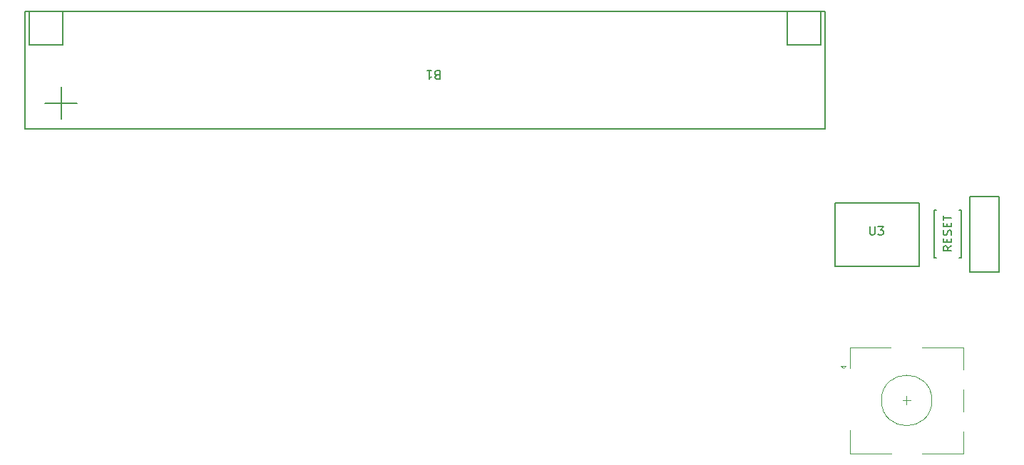
<source format=gbr>
%TF.GenerationSoftware,KiCad,Pcbnew,8.0.7*%
%TF.CreationDate,2025-03-26T10:06:04+09:00*%
%TF.ProjectId,cool642tb_L_v130,636f6f6c-3634-4327-9462-5f4c5f763133,rev?*%
%TF.SameCoordinates,Original*%
%TF.FileFunction,Legend,Top*%
%TF.FilePolarity,Positive*%
%FSLAX46Y46*%
G04 Gerber Fmt 4.6, Leading zero omitted, Abs format (unit mm)*
G04 Created by KiCad (PCBNEW 8.0.7) date 2025-03-26 10:06:04*
%MOMM*%
%LPD*%
G01*
G04 APERTURE LIST*
%ADD10C,0.150000*%
%ADD11C,0.120000*%
G04 APERTURE END LIST*
D10*
X100724819Y-792381D02*
X100248628Y-1125714D01*
X100724819Y-1363809D02*
X99724819Y-1363809D01*
X99724819Y-1363809D02*
X99724819Y-982857D01*
X99724819Y-982857D02*
X99772438Y-887619D01*
X99772438Y-887619D02*
X99820057Y-840000D01*
X99820057Y-840000D02*
X99915295Y-792381D01*
X99915295Y-792381D02*
X100058152Y-792381D01*
X100058152Y-792381D02*
X100153390Y-840000D01*
X100153390Y-840000D02*
X100201009Y-887619D01*
X100201009Y-887619D02*
X100248628Y-982857D01*
X100248628Y-982857D02*
X100248628Y-1363809D01*
X100201009Y-363809D02*
X100201009Y-30476D01*
X100724819Y112380D02*
X100724819Y-363809D01*
X100724819Y-363809D02*
X99724819Y-363809D01*
X99724819Y-363809D02*
X99724819Y112380D01*
X100677200Y493333D02*
X100724819Y636190D01*
X100724819Y636190D02*
X100724819Y874285D01*
X100724819Y874285D02*
X100677200Y969523D01*
X100677200Y969523D02*
X100629580Y1017142D01*
X100629580Y1017142D02*
X100534342Y1064761D01*
X100534342Y1064761D02*
X100439104Y1064761D01*
X100439104Y1064761D02*
X100343866Y1017142D01*
X100343866Y1017142D02*
X100296247Y969523D01*
X100296247Y969523D02*
X100248628Y874285D01*
X100248628Y874285D02*
X100201009Y683809D01*
X100201009Y683809D02*
X100153390Y588571D01*
X100153390Y588571D02*
X100105771Y540952D01*
X100105771Y540952D02*
X100010533Y493333D01*
X100010533Y493333D02*
X99915295Y493333D01*
X99915295Y493333D02*
X99820057Y540952D01*
X99820057Y540952D02*
X99772438Y588571D01*
X99772438Y588571D02*
X99724819Y683809D01*
X99724819Y683809D02*
X99724819Y921904D01*
X99724819Y921904D02*
X99772438Y1064761D01*
X100201009Y1493333D02*
X100201009Y1826666D01*
X100724819Y1969523D02*
X100724819Y1493333D01*
X100724819Y1493333D02*
X99724819Y1493333D01*
X99724819Y1493333D02*
X99724819Y1969523D01*
X99724819Y2255238D02*
X99724819Y2826666D01*
X100724819Y2540952D02*
X99724819Y2540952D01*
X39624761Y19521009D02*
X39481904Y19568628D01*
X39481904Y19568628D02*
X39434285Y19616247D01*
X39434285Y19616247D02*
X39386666Y19711485D01*
X39386666Y19711485D02*
X39386666Y19854342D01*
X39386666Y19854342D02*
X39434285Y19949580D01*
X39434285Y19949580D02*
X39481904Y19997200D01*
X39481904Y19997200D02*
X39577142Y20044819D01*
X39577142Y20044819D02*
X39958094Y20044819D01*
X39958094Y20044819D02*
X39958094Y19044819D01*
X39958094Y19044819D02*
X39624761Y19044819D01*
X39624761Y19044819D02*
X39529523Y19092438D01*
X39529523Y19092438D02*
X39481904Y19140057D01*
X39481904Y19140057D02*
X39434285Y19235295D01*
X39434285Y19235295D02*
X39434285Y19330533D01*
X39434285Y19330533D02*
X39481904Y19425771D01*
X39481904Y19425771D02*
X39529523Y19473390D01*
X39529523Y19473390D02*
X39624761Y19521009D01*
X39624761Y19521009D02*
X39958094Y19521009D01*
X38434285Y20044819D02*
X39005713Y20044819D01*
X38719999Y20044819D02*
X38719999Y19044819D01*
X38719999Y19044819D02*
X38815237Y19187676D01*
X38815237Y19187676D02*
X38910475Y19282914D01*
X38910475Y19282914D02*
X39005713Y19330533D01*
X-3069160Y16195533D02*
X-6878684Y16195533D01*
X-4973922Y18100295D02*
X-4973922Y14290771D01*
X91038095Y1515180D02*
X91038095Y705657D01*
X91038095Y705657D02*
X91085714Y610419D01*
X91085714Y610419D02*
X91133333Y562800D01*
X91133333Y562800D02*
X91228571Y515180D01*
X91228571Y515180D02*
X91419047Y515180D01*
X91419047Y515180D02*
X91514285Y562800D01*
X91514285Y562800D02*
X91561904Y610419D01*
X91561904Y610419D02*
X91609523Y705657D01*
X91609523Y705657D02*
X91609523Y1515180D01*
X91990476Y1515180D02*
X92609523Y1515180D01*
X92609523Y1515180D02*
X92276190Y1134228D01*
X92276190Y1134228D02*
X92419047Y1134228D01*
X92419047Y1134228D02*
X92514285Y1086609D01*
X92514285Y1086609D02*
X92561904Y1038990D01*
X92561904Y1038990D02*
X92609523Y943752D01*
X92609523Y943752D02*
X92609523Y705657D01*
X92609523Y705657D02*
X92561904Y610419D01*
X92561904Y610419D02*
X92514285Y562800D01*
X92514285Y562800D02*
X92419047Y515180D01*
X92419047Y515180D02*
X92133333Y515180D01*
X92133333Y515180D02*
X92038095Y562800D01*
X92038095Y562800D02*
X91990476Y610419D01*
%TO.C,SW25*%
X98670000Y-2190000D02*
X98920000Y-2190000D01*
X98670000Y-2190000D02*
X98670000Y3510000D01*
X101870000Y-2190000D02*
X101620000Y-2190000D01*
X101870000Y-2190000D02*
X101870000Y3510000D01*
X98670000Y3510000D02*
X98920000Y3510000D01*
X101870000Y3510000D02*
X101620000Y3510000D01*
%TO.C,B1*%
X-4780000Y23090000D02*
X-8780000Y23090000D01*
X-8780000Y27090000D01*
X-4780000Y27090000D01*
X-4780000Y23090000D01*
X85220000Y23090000D02*
X81220000Y23090000D01*
X81220000Y27090000D01*
X85220000Y27090000D01*
X85220000Y23090000D01*
X85720000Y13090000D02*
X-9280000Y13090000D01*
X-9280000Y27090000D01*
X85720000Y27090000D01*
X85720000Y13090000D01*
%TO.C,U3*%
X86900000Y4320000D02*
X96900000Y4320000D01*
X96900000Y-3180000D01*
X86900000Y-3180000D01*
X86900000Y4320000D01*
D11*
%TO.C,SW21*%
X87600000Y-15060000D02*
X88200000Y-15060000D01*
X87900000Y-15360000D02*
X87600000Y-15060000D01*
X88200000Y-15060000D02*
X87900000Y-15360000D01*
X88700000Y-12860000D02*
X88700000Y-15360000D01*
X88700000Y-25460000D02*
X88700000Y-22660000D01*
X93500000Y-12860000D02*
X88700000Y-12860000D01*
X93600000Y-25460000D02*
X88700000Y-25460000D01*
X94900000Y-19160000D02*
X95900000Y-19160000D01*
X95400000Y-18660000D02*
X95400000Y-19660000D01*
X97200000Y-12860000D02*
X102100000Y-12860000D01*
X102100000Y-12860000D02*
X102100000Y-15460000D01*
X102100000Y-17860000D02*
X102100000Y-20460000D01*
X102100000Y-22860000D02*
X102100000Y-25460000D01*
X102100000Y-25460000D02*
X97200000Y-25460000D01*
X98400000Y-19160000D02*
G75*
G02*
X92400000Y-19160000I-3000000J0D01*
G01*
X92400000Y-19160000D02*
G75*
G02*
X98400000Y-19160000I3000000J0D01*
G01*
D10*
%TO.C,SW24*%
X102890000Y5104000D02*
X106390000Y5104000D01*
X102890000Y-3896000D02*
X102890000Y5104000D01*
X106390000Y5104000D02*
X106390000Y-3896000D01*
X106390000Y-3896000D02*
X102890000Y-3896000D01*
%TD*%
M02*

</source>
